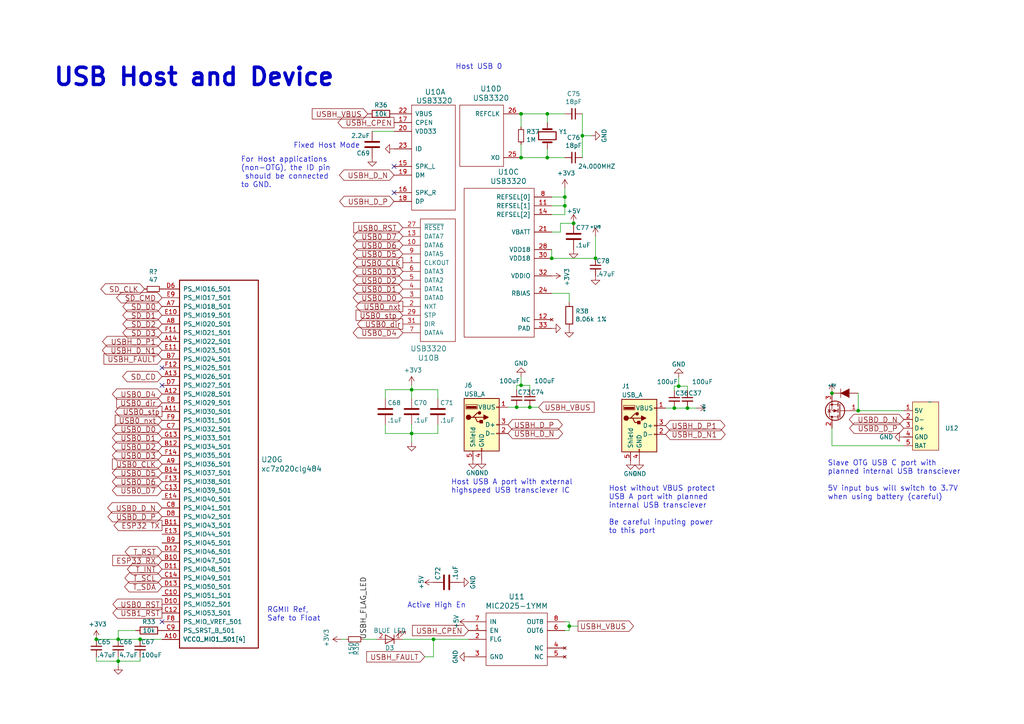
<source format=kicad_sch>
(kicad_sch (version 20230121) (generator eeschema)
  (paper "A4")
  (junction (at 151.13 33.02))
  (junction (at 119.38 113.03))
  (junction (at 168.91 39.37))
  (junction (at 34.29 191.77))
  (junction (at 158.75 45.72))
  (junction (at 34.29 185.42))
  (junction (at 199.39 118.364))
  (junction (at 151.13 45.72))
  (junction (at 196.85 112.014))
  (junction (at 241.3 114.046))
  (junction (at 40.64 185.42))
  (junction (at 172.72 74.93))
  (junction (at 149.86 118.11))
  (junction (at 153.67 118.11))
  (junction (at 151.13 111.76))
  (junction (at 125.73 185.42))
  (junction (at 166.37 64.77))
  (junction (at 248.92 119.126))
  (junction (at 158.75 33.02))
  (junction (at 163.83 59.69))
  (junction (at 195.58 118.364))
  (junction (at 119.38 125.73))
  (junction (at 160.02 74.93))
  (junction (at 163.83 57.15))
  (junction (at 165.1 181.61))
  (junction (at 27.94 185.42))
  (no_connect (at 46.99 106.68))
  (no_connect (at 114.3 48.26))
  (no_connect (at 46.99 180.34))
  (no_connect (at 114.3 55.88))
  (no_connect (at 46.99 111.76))
  (wire (pts (xy 27.94 190.5) (xy 27.94 191.77)))
  (wire (pts (xy 165.1 180.34) (xy 163.83 180.34)))
  (wire (pts (xy 158.75 33.02) (xy 163.83 33.02)))
  (wire (pts (xy 135.89 185.42) (xy 125.73 185.42)))
  (wire (pts (xy 34.29 191.77) (xy 34.29 193.04)))
  (wire (pts (xy 151.13 36.83) (xy 151.13 33.02)))
  (wire (pts (xy 196.85 109.474) (xy 196.85 112.014)))
  (wire (pts (xy 127 115.57) (xy 127 113.03)))
  (wire (pts (xy 153.67 118.11) (xy 156.21 118.11)))
  (wire (pts (xy 27.94 191.77) (xy 34.29 191.77)))
  (wire (pts (xy 165.1 181.61) (xy 167.64 181.61)))
  (wire (pts (xy 153.67 111.76) (xy 153.67 113.03)))
  (wire (pts (xy 34.29 185.42) (xy 40.64 185.42)))
  (wire (pts (xy 119.38 128.27) (xy 119.38 125.73)))
  (wire (pts (xy 119.38 113.03) (xy 119.38 115.57)))
  (wire (pts (xy 248.92 114.046) (xy 248.92 119.126)))
  (wire (pts (xy 151.13 111.76) (xy 153.67 111.76)))
  (wire (pts (xy 248.92 119.126) (xy 262.128 119.126)))
  (wire (pts (xy 163.83 62.23) (xy 160.02 62.23)))
  (wire (pts (xy 151.13 33.02) (xy 158.75 33.02)))
  (wire (pts (xy 160.02 59.69) (xy 163.83 59.69)))
  (wire (pts (xy 195.58 112.014) (xy 196.85 112.014)))
  (wire (pts (xy 195.58 112.014) (xy 195.58 113.284)))
  (wire (pts (xy 163.83 45.72) (xy 158.75 45.72)))
  (wire (pts (xy 100.33 185.42) (xy 99.06 185.42)))
  (wire (pts (xy 111.76 113.03) (xy 119.38 113.03)))
  (wire (pts (xy 151.13 41.91) (xy 151.13 45.72)))
  (wire (pts (xy 125.73 190.5) (xy 125.73 185.42)))
  (wire (pts (xy 119.38 111.76) (xy 119.38 113.03)))
  (wire (pts (xy 168.91 33.02) (xy 168.91 39.37)))
  (wire (pts (xy 147.32 118.11) (xy 149.86 118.11)))
  (wire (pts (xy 111.76 123.19) (xy 111.76 125.73)))
  (wire (pts (xy 160.02 67.31) (xy 162.56 67.31)))
  (wire (pts (xy 168.91 39.37) (xy 168.91 45.72)))
  (wire (pts (xy 127 125.73) (xy 127 123.19)))
  (wire (pts (xy 123.19 190.5) (xy 125.73 190.5)))
  (wire (pts (xy 158.75 45.72) (xy 158.75 43.18)))
  (wire (pts (xy 196.85 112.014) (xy 199.39 112.014)))
  (wire (pts (xy 111.76 115.57) (xy 111.76 113.03)))
  (wire (pts (xy 119.38 113.03) (xy 127 113.03)))
  (wire (pts (xy 163.83 54.61) (xy 163.83 57.15)))
  (wire (pts (xy 40.64 191.77) (xy 40.64 190.5)))
  (wire (pts (xy 195.58 118.364) (xy 199.39 118.364)))
  (wire (pts (xy 114.3 38.1) (xy 107.95 38.1)))
  (wire (pts (xy 111.76 125.73) (xy 119.38 125.73)))
  (wire (pts (xy 193.04 118.364) (xy 195.58 118.364)))
  (wire (pts (xy 34.29 191.77) (xy 34.29 190.5)))
  (wire (pts (xy 34.29 182.88) (xy 34.29 185.42)))
  (wire (pts (xy 125.73 185.42) (xy 116.84 185.42)))
  (wire (pts (xy 241.3 129.286) (xy 241.3 124.206)))
  (wire (pts (xy 199.39 112.014) (xy 199.39 113.284)))
  (wire (pts (xy 165.1 180.34) (xy 165.1 181.61)))
  (wire (pts (xy 149.86 111.76) (xy 149.86 113.03)))
  (wire (pts (xy 163.83 182.88) (xy 165.1 182.88)))
  (wire (pts (xy 163.83 59.69) (xy 163.83 62.23)))
  (wire (pts (xy 151.13 45.72) (xy 158.75 45.72)))
  (wire (pts (xy 160.02 85.09) (xy 165.1 85.09)))
  (wire (pts (xy 149.86 118.11) (xy 153.67 118.11)))
  (wire (pts (xy 160.02 72.39) (xy 160.02 74.93)))
  (wire (pts (xy 119.38 125.73) (xy 127 125.73)))
  (wire (pts (xy 149.86 111.76) (xy 151.13 111.76)))
  (wire (pts (xy 160.02 74.93) (xy 172.72 74.93)))
  (wire (pts (xy 46.99 185.42) (xy 40.64 185.42)))
  (wire (pts (xy 160.02 57.15) (xy 163.83 57.15)))
  (wire (pts (xy 39.37 182.88) (xy 34.29 182.88)))
  (wire (pts (xy 199.39 118.364) (xy 201.93 118.364)))
  (wire (pts (xy 27.94 185.42) (xy 34.29 185.42)))
  (wire (pts (xy 165.1 85.09) (xy 165.1 87.63)))
  (wire (pts (xy 151.13 109.22) (xy 151.13 111.76)))
  (wire (pts (xy 172.72 68.58) (xy 172.72 74.93)))
  (wire (pts (xy 168.91 39.37) (xy 171.45 39.37)))
  (wire (pts (xy 165.1 182.88) (xy 165.1 181.61)))
  (wire (pts (xy 119.38 123.19) (xy 119.38 125.73)))
  (wire (pts (xy 162.56 67.31) (xy 162.56 64.77)))
  (wire (pts (xy 105.41 185.42) (xy 109.22 185.42)))
  (wire (pts (xy 162.56 64.77) (xy 166.37 64.77)))
  (wire (pts (xy 34.29 191.77) (xy 40.64 191.77)))
  (wire (pts (xy 158.75 33.02) (xy 158.75 35.56)))
  (wire (pts (xy 163.83 57.15) (xy 163.83 59.69)))
  (wire (pts (xy 262.128 129.286) (xy 241.3 129.286)))
  (text "Fixed Host Mode" (at 85.09 43.18 0) (effects (font (size 1.524 1.524)) (justify left bottom)))
  (text "Host without VBUS protect \nUSB A port with planned \ninternal USB transciever\n\nBe careful inputing power\nto this port" (at 176.53 154.94 0) (effects (font (size 1.524 1.524)) (justify left bottom)))
  (text "Host USB 0" (at 132.08 20.32 0) (effects (font (size 1.524 1.524)) (justify left bottom)))
  (text "RGMII Ref, \nSafe to Float" (at 77.47 180.34 0) (effects (font (size 1.524 1.524)) (justify left bottom)))
  (text "For Host applications \n(non-OTG), the ID pin\n should be connected \nto GND." (at 69.85 54.61 0) (effects (font (size 1.524 1.524)) (justify left bottom)))
  (text "Active High En" (at 118.11 176.53 0) (effects (font (size 1.524 1.524)) (justify left bottom)))
  (text "USB Host and Device" (at 15.24 25.4 0) (effects (font (size 5.0038 5.0038) (thickness 1.0008) bold) (justify left bottom)))
  (text "Slave OTG USB C port with \nplanned internal USB transciever\n\n5V input bus will switch to 3.7V \nwhen using battery (careful)\n\n" (at 240.03 147.574 0) (effects (font (size 1.524 1.524)) (justify left bottom)))
  (text "Host USB A port with external \nhighspeed USB transciever IC" (at 130.81 143.256 0) (effects (font (size 1.524 1.524)) (justify left bottom)))
  (label "USBH_FLAG_LED" (at 106.68 185.42 90) (effects (font (size 1.524 1.524))))
  (global_label "USBH_D_N" (shape bidirectional) (at 147.32 125.73 0) (effects (font (size 1.524 1.524))) (property "Intersheetrefs" "${INTERSHEET_REFS}" (effects hide)))
  (global_label "USBH_VBUS" (shape input) (at 106.68 33.02 180) (effects (font (size 1.524 1.524))) (property "Intersheetrefs" "${INTERSHEET_REFS}" (effects hide)))
  (global_label "USBH_D_P1" (shape bidirectional) (at 46.99 99.06 180) (effects (font (size 1.524 1.524))) (property "Intersheetrefs" "${INTERSHEET_REFS}" (effects hide)))
  (global_label "T_SDA" (shape bidirectional) (at 46.99 170.18 180) (effects (font (size 1.524 1.524))) (property "Intersheetrefs" "${INTERSHEET_REFS}" (effects hide)))
  (global_label "SD_CD" (shape bidirectional) (at 46.99 109.22 180) (effects (font (size 1.524 1.524))) (property "Intersheetrefs" "${INTERSHEET_REFS}" (effects hide)))
  (global_label "USB0_D5" (shape bidirectional) (at 116.84 73.66 180) (effects (font (size 1.524 1.524))) (property "Intersheetrefs" "${INTERSHEET_REFS}" (effects hide)))
  (global_label "USBH_D_N1" (shape bidirectional) (at 46.99 101.6 180) (effects (font (size 1.524 1.524))) (property "Intersheetrefs" "${INTERSHEET_REFS}" (effects hide)))
  (global_label "USB0_dir" (shape output) (at 116.84 93.98 180) (effects (font (size 1.524 1.524))) (property "Intersheetrefs" "${INTERSHEET_REFS}" (effects hide)))
  (global_label "SD_D1" (shape bidirectional) (at 46.99 91.44 180) (effects (font (size 1.524 1.524))) (property "Intersheetrefs" "${INTERSHEET_REFS}" (effects hide)))
  (global_label "USB0_nxt" (shape output) (at 116.84 88.9 180) (effects (font (size 1.524 1.524))) (property "Intersheetrefs" "${INTERSHEET_REFS}" (effects hide)))
  (global_label "USB0_D6" (shape bidirectional) (at 46.99 139.7 180) (effects (font (size 1.524 1.524))) (property "Intersheetrefs" "${INTERSHEET_REFS}" (effects hide)))
  (global_label "USB0_D1" (shape bidirectional) (at 116.84 83.82 180) (effects (font (size 1.524 1.524))) (property "Intersheetrefs" "${INTERSHEET_REFS}" (effects hide)))
  (global_label "USB0_stp" (shape output) (at 46.99 119.38 180) (effects (font (size 1.524 1.524))) (property "Intersheetrefs" "${INTERSHEET_REFS}" (effects hide)))
  (global_label "USB0_D3" (shape bidirectional) (at 116.84 78.74 180) (effects (font (size 1.524 1.524))) (property "Intersheetrefs" "${INTERSHEET_REFS}" (effects hide)))
  (global_label "SD_CMD" (shape bidirectional) (at 46.99 86.36 180) (effects (font (size 1.524 1.524))) (property "Intersheetrefs" "${INTERSHEET_REFS}" (effects hide)))
  (global_label "T_INT" (shape bidirectional) (at 46.99 165.1 180) (effects (font (size 1.524 1.524))) (property "Intersheetrefs" "${INTERSHEET_REFS}" (effects hide)))
  (global_label "USBD_D_N" (shape bidirectional) (at 46.99 147.32 180) (effects (font (size 1.524 1.524))) (property "Intersheetrefs" "${INTERSHEET_REFS}" (effects hide)))
  (global_label "USBH_CPEN" (shape output) (at 114.3 35.56 180) (effects (font (size 1.524 1.524))) (property "Intersheetrefs" "${INTERSHEET_REFS}" (effects hide)))
  (global_label "USBH_D_P1" (shape bidirectional) (at 193.04 123.444 0) (effects (font (size 1.524 1.524))) (property "Intersheetrefs" "${INTERSHEET_REFS}" (effects hide)))
  (global_label "USB0_stp" (shape input) (at 116.84 91.44 180) (effects (font (size 1.524 1.524))) (property "Intersheetrefs" "${INTERSHEET_REFS}" (effects hide)))
  (global_label "USBH_FAULT" (shape input) (at 46.99 104.14 180) (effects (font (size 1.524 1.524))) (property "Intersheetrefs" "${INTERSHEET_REFS}" (effects hide)))
  (global_label "ESP32 TX" (shape output) (at 46.99 152.4 180) (effects (font (size 1.524 1.524))) (property "Intersheetrefs" "${INTERSHEET_REFS}" (effects hide)))
  (global_label "USB0_D2" (shape bidirectional) (at 46.99 129.54 180) (effects (font (size 1.524 1.524))) (property "Intersheetrefs" "${INTERSHEET_REFS}" (effects hide)))
  (global_label "SD_CLK" (shape bidirectional) (at 41.91 83.82 180) (effects (font (size 1.524 1.524))) (property "Intersheetrefs" "${INTERSHEET_REFS}" (effects hide)))
  (global_label "USB0_dir" (shape input) (at 46.99 116.84 180) (effects (font (size 1.524 1.524))) (property "Intersheetrefs" "${INTERSHEET_REFS}" (effects hide)))
  (global_label "USBH_CPEN" (shape input) (at 135.89 182.88 180) (effects (font (size 1.524 1.524))) (property "Intersheetrefs" "${INTERSHEET_REFS}" (effects hide)))
  (global_label "USB0_CLK" (shape input) (at 46.99 134.62 180) (effects (font (size 1.524 1.524))) (property "Intersheetrefs" "${INTERSHEET_REFS}" (effects hide)))
  (global_label "USB0_nxt" (shape input) (at 46.99 121.92 180) (effects (font (size 1.524 1.524))) (property "Intersheetrefs" "${INTERSHEET_REFS}" (effects hide)))
  (global_label "USBH_D_N1" (shape bidirectional) (at 193.04 125.984 0) (effects (font (size 1.524 1.524))) (property "Intersheetrefs" "${INTERSHEET_REFS}" (effects hide)))
  (global_label "USBD_D_P" (shape bidirectional) (at 46.99 149.86 180) (effects (font (size 1.524 1.524))) (property "Intersheetrefs" "${INTERSHEET_REFS}" (effects hide)))
  (global_label "USBH_VBUS" (shape input) (at 156.21 118.11 0) (effects (font (size 1.524 1.524))) (property "Intersheetrefs" "${INTERSHEET_REFS}" (effects hide)))
  (global_label "SD_D0" (shape bidirectional) (at 46.99 88.9 180) (effects (font (size 1.524 1.524))) (property "Intersheetrefs" "${INTERSHEET_REFS}" (effects hide)))
  (global_label "ESP33 RX" (shape input) (at 46.99 162.56 180) (effects (font (size 1.524 1.524))) (property "Intersheetrefs" "${INTERSHEET_REFS}" (effects hide)))
  (global_label "SD_D3" (shape bidirectional) (at 46.99 96.52 180) (effects (font (size 1.524 1.524))) (property "Intersheetrefs" "${INTERSHEET_REFS}" (effects hide)))
  (global_label "USB0_RST" (shape input) (at 116.84 66.04 180) (effects (font (size 1.524 1.524))) (property "Intersheetrefs" "${INTERSHEET_REFS}" (effects hide)))
  (global_label "USB0_D4" (shape bidirectional) (at 46.99 114.3 180) (effects (font (size 1.524 1.524))) (property "Intersheetrefs" "${INTERSHEET_REFS}" (effects hide)))
  (global_label "USBH_D_P" (shape bidirectional) (at 114.3 58.42 180) (effects (font (size 1.524 1.524))) (property "Intersheetrefs" "${INTERSHEET_REFS}" (effects hide)))
  (global_label "USB0_D5" (shape bidirectional) (at 46.99 137.16 180) (effects (font (size 1.524 1.524))) (property "Intersheetrefs" "${INTERSHEET_REFS}" (effects hide)))
  (global_label "USB0_D6" (shape bidirectional) (at 116.84 71.12 180) (effects (font (size 1.524 1.524))) (property "Intersheetrefs" "${INTERSHEET_REFS}" (effects hide)))
  (global_label "USB0_RST" (shape output) (at 46.99 175.26 180) (effects (font (size 1.524 1.524))) (property "Intersheetrefs" "${INTERSHEET_REFS}" (effects hide)))
  (global_label "USB0_D4" (shape bidirectional) (at 116.84 96.52 180) (effects (font (size 1.524 1.524))) (property "Intersheetrefs" "${INTERSHEET_REFS}" (effects hide)))
  (global_label "T_RST" (shape bidirectional) (at 46.99 160.02 180) (effects (font (size 1.524 1.524))) (property "Intersheetrefs" "${INTERSHEET_REFS}" (effects hide)))
  (global_label "USB0_D0" (shape bidirectional) (at 116.84 86.36 180) (effects (font (size 1.524 1.524))) (property "Intersheetrefs" "${INTERSHEET_REFS}" (effects hide)))
  (global_label "USBD_D_N" (shape bidirectional) (at 262.128 121.666 180) (effects (font (size 1.524 1.524))) (property "Intersheetrefs" "${INTERSHEET_REFS}" (effects hide)))
  (global_label "USB1_RST" (shape output) (at 46.99 177.8 180) (effects (font (size 1.524 1.524))) (property "Intersheetrefs" "${INTERSHEET_REFS}" (effects hide)))
  (global_label "USBH_FAULT" (shape input) (at 123.19 190.5 180) (effects (font (size 1.524 1.524))) (property "Intersheetrefs" "${INTERSHEET_REFS}" (effects hide)))
  (global_label "USBH_D_N" (shape bidirectional) (at 114.3 50.8 180) (effects (font (size 1.524 1.524))) (property "Intersheetrefs" "${INTERSHEET_REFS}" (effects hide)))
  (global_label "USB0_CLK" (shape output) (at 116.84 76.2 180) (effects (font (size 1.524 1.524))) (property "Intersheetrefs" "${INTERSHEET_REFS}" (effects hide)))
  (global_label "USB0_D0" (shape bidirectional) (at 46.99 124.46 180) (effects (font (size 1.524 1.524))) (property "Intersheetrefs" "${INTERSHEET_REFS}" (effects hide)))
  (global_label "T_SCL" (shape bidirectional) (at 46.99 167.64 180) (effects (font (size 1.524 1.524))) (property "Intersheetrefs" "${INTERSHEET_REFS}" (effects hide)))
  (global_label "USB0_D7" (shape bidirectional) (at 46.99 142.24 180) (effects (font (size 1.524 1.524))) (property "Intersheetrefs" "${INTERSHEET_REFS}" (effects hide)))
  (global_label "USBH_VBUS" (shape output) (at 167.64 181.61 0) (effects (font (size 1.524 1.524))) (property "Intersheetrefs" "${INTERSHEET_REFS}" (effects hide)))
  (global_label "USBH_D_P" (shape bidirectional) (at 147.32 123.19 0) (effects (font (size 1.524 1.524))) (property "Intersheetrefs" "${INTERSHEET_REFS}" (effects hide)))
  (global_label "USB0_D3" (shape bidirectional) (at 46.99 132.08 180) (effects (font (size 1.524 1.524))) (property "Intersheetrefs" "${INTERSHEET_REFS}" (effects hide)))
  (global_label "SD_D2" (shape bidirectional) (at 46.99 93.98 180) (effects (font (size 1.524 1.524))) (property "Intersheetrefs" "${INTERSHEET_REFS}" (effects hide)))
  (global_label "USBD_D_P" (shape bidirectional) (at 262.128 124.206 180) (effects (font (size 1.524 1.524))) (property "Intersheetrefs" "${INTERSHEET_REFS}" (effects hide)))
  (global_label "USB0_D7" (shape bidirectional) (at 116.84 68.58 180) (effects (font (size 1.524 1.524))) (property "Intersheetrefs" "${INTERSHEET_REFS}" (effects hide)))
  (global_label "USB0_D1" (shape bidirectional) (at 46.99 127 180) (effects (font (size 1.524 1.524))) (property "Intersheetrefs" "${INTERSHEET_REFS}" (effects hide)))
  (global_label "USB0_D2" (shape bidirectional) (at 116.84 81.28 180) (effects (font (size 1.524 1.524))) (property "Intersheetrefs" "${INTERSHEET_REFS}" (effects hide)))
  (symbol (lib_id "power:+5V") (at 135.89 180.34 90) (unit 1)
    (property "Reference" "#PWR0110" (effects hide))
    (property "Value" "+5V" (at 132.334 180.34 0))
  )
  (symbol (lib_id "power:GND") (at 135.89 190.5 270) (unit 1)
    (property "Reference" "#PWR0111" (effects hide))
    (property "Value" "GND" (at 132.08 190.5 0))
  )
  (symbol (lib_id "DFTBoard-rescue:USB_A-") (at 139.7 123.19 0) (unit 1)
    (property "Reference" "J6" (at 134.62 111.76 0) (effects (justify left)))
    (property "Value" "USB_A" (at 134.62 114.3 0) (effects (justify left)))
    (property "Footprint" "DFTcustom:USB-A-Receptacle-FCI_87583" (effects hide))
    (property "MFR" "Amphenol ICC" (effects hide))
    (property "MPN" "87583-2010RLF" (effects hide))
    (property "SPR" "Digikey" (effects hide))
    (property "SPN" "609-5390-1-ND" (effects hide))
    (property "SPURL" "-" (effects hide))
  )
  (symbol (lib_id "power:GND") (at 137.16 133.35 0) (unit 1)
    (property "Reference" "#PWR0112" (effects hide))
    (property "Value" "GND" (at 137.16 137.16 0))
  )
  (symbol (lib_id "power:GND") (at 139.7 133.35 0) (unit 1)
    (property "Reference" "#PWR0113" (effects hide))
    (property "Value" "GND" (at 139.7 137.16 0))
  )
  (symbol (lib_id "Microchip:USB3320") (at 119.38 60.96 0) (unit 1)
    (property "Reference" "U10" (at 123.19 26.67 0) (effects (font (size 1.524 1.524)) (justify left)))
    (property "Value" "USB3320" (at 120.65 29.21 0) (effects (font (size 1.524 1.524)) (justify left)))
    (property "Footprint" "Package_DFN_QFN:QFN-32-1EP_5x5mm_P0.5mm_EP3.1x3.1mm" (effects hide))
    (property "Manufacturer" "Microchip" (effects hide))
    (property "MFR" "Microchip Technology" (effects hide))
    (property "MPN" "USB3320C-EZK-TR" (effects hide))
    (property "SPR" "Digikey" (effects hide))
    (property "SPN" "USB3320C-EZK-CT-NDs" (effects hide))
    (property "SPURL" "-" (effects hide))
  )
  (symbol (lib_id "Microchip:USB3320") (at 132.08 63.5 180) (unit 2)
    (property "Reference" "U10" (at 124.3076 103.8098 0) (effects (font (size 1.524 1.524))))
    (property "Value" "USB3320" (at 124.3076 101.1174 0) (effects (font (size 1.524 1.524))))
    (property "Footprint" "Package_DFN_QFN:QFN-32-1EP_5x5mm_P0.5mm_EP3.1x3.1mm" (effects hide))
    (property "Manufacturer" "Microchip" (effects hide))
    (property "MFR" "Microchip Technology" (effects hide))
    (property "MPN" "USB3320C-EZK-TR" (effects hide))
    (property "SPR" "Digikey" (effects hide))
    (property "SPN" "USB3320C-EZK-CT-NDs" (effects hide))
    (property "SPURL" "-" (effects hide))
  )
  (symbol (lib_id "Microchip:USB3320") (at 134.62 97.79 0) (unit 3)
    (property "Reference" "U10" (at 147.4724 49.8602 0) (effects (font (size 1.524 1.524))))
    (property "Value" "USB3320" (at 147.4724 52.5526 0) (effects (font (size 1.524 1.524))))
    (property "Footprint" "Package_DFN_QFN:QFN-32-1EP_5x5mm_P0.5mm_EP3.1x3.1mm" (effects hide))
    (property "Manufacturer" "Microchip" (effects hide))
    (property "MFR" "Microchip Technology" (effects hide))
    (property "MPN" "USB3320C-EZK-TR" (effects hide))
    (property "SPR" "Digikey" (effects hide))
    (property "SPN" "USB3320C-EZK-CT-NDs" (effects hide))
    (property "SPURL" "-" (effects hide))
  )
  (symbol (lib_id "Microchip:USB3320") (at 133.35 48.26 0) (unit 4)
    (property "Reference" "U10" (at 142.3924 25.7302 0) (effects (font (size 1.524 1.524))))
    (property "Value" "USB3320" (at 142.3924 28.4226 0) (effects (font (size 1.524 1.524))))
    (property "Footprint" "Package_DFN_QFN:QFN-32-1EP_5x5mm_P0.5mm_EP3.1x3.1mm" (effects hide))
    (property "Manufacturer" "Microchip" (effects hide))
    (property "MFR" "Microchip Technology" (effects hide))
    (property "MPN" "USB3320C-EZK-TR" (effects hide))
    (property "SPR" "Digikey" (effects hide))
    (property "SPN" "USB3320C-EZK-CT-NDs" (effects hide))
    (property "SPURL" "-" (effects hide))
  )
  (symbol (lib_id "power:+3V3") (at 163.83 54.61 0) (unit 1)
    (property "Reference" "#PWR0117" (effects hide))
    (property "Value" "+3.3V" (at 164.211 50.2158 0))
  )
  (symbol (lib_id "power:+5V") (at 166.37 64.77 0) (unit 1)
    (property "Reference" "#PWR0119" (effects hide))
    (property "Value" "+5V" (at 166.37 61.214 0))
  )
  (symbol (lib_id "power:GND") (at 166.37 72.39 0) (unit 1)
    (property "Reference" "#PWR0120" (effects hide))
    (property "Value" "GND" (effects hide))
  )
  (symbol (lib_id "Device:C_Small") (at 172.72 77.47 0) (unit 1)
    (property "Reference" "C78" (at 172.974 75.692 0) (effects (justify left)))
    (property "Value" ".47uF" (at 172.974 79.502 0) (effects (justify left)))
    (property "Footprint" "Capacitor_SMD:C_0402_1005Metric" (effects hide))
    (property "MFR" "Yageo" (effects hide))
    (property "MPN" "CC0402KRX5R5BB474" (effects hide))
    (property "SPR" "Digikey" (effects hide))
    (property "SPN" "311-1684-1-ND" (effects hide))
    (instances (project "DFTBoard" (path "" (reference "C78") (unit 1)) (path "" (reference "C?") (unit 1))))
  )
  (symbol (lib_id "power:GND") (at 172.72 80.01 0) (unit 1)
    (property "Reference" "#PWR0123" (effects hide))
    (property "Value" "GND" (effects hide))
  )
  (symbol (lib_id "power:+1V8") (at 172.72 68.58 0) (unit 1)
    (property "Reference" "#PWR0122" (effects hide))
    (property "Value" "+1.8V" (at 172.72 65.786 0) (effects (font (size 0.762 0.762))))
  )
  (symbol (lib_id "power:+3V3") (at 160.02 80.01 270) (unit 1)
    (property "Reference" "#PWR0115" (effects hide))
    (property "Value" "+3.3V" (at 164.4142 80.391 0))
  )
  (symbol (lib_id "power:GND") (at 114.3 43.18 270) (unit 1)
    (property "Reference" "#PWR0107" (effects hide))
    (property "Value" "GND" (effects hide))
  )
  (symbol (lib_id "Device:C") (at 107.95 41.91 180) (unit 1)
    (property "Reference" "C69" (at 107.315 44.45 0) (effects (justify left)))
    (property "Value" "2.2uF" (at 107.315 39.37 0) (effects (justify left)))
    (property "Footprint" "Capacitor_SMD:C_0402_1005Metric" (effects hide))
    (property "MFR" "Murata" (effects hide))
    (property "MPN" "GRM155R61A225KE95D" (effects hide))
    (property "SPR" "Digikey" (effects hide))
    (property "SPN" "490-10451-1-ND" (effects hide))
    (instances (project "DFTBoard" (path "" (reference "C69") (unit 1)) (path "" (reference "C?") (unit 1))))
  )
  (symbol (lib_id "power:GND") (at 107.95 45.72 0) (unit 1)
    (property "Reference" "#PWR0104" (effects hide))
    (property "Value" "GND" (effects hide))
  )
  (symbol (lib_id "Device:R") (at 110.49 33.02 270) (unit 1)
    (property "Reference" "R36" (at 110.49 30.48 90))
    (property "Value" "10k" (at 110.49 33.02 90))
    (property "Footprint" "Resistor_SMD:R_0402_1005Metric" (effects hide))
    (property "MFR" "Yageo" (effects hide))
    (property "MPN" "RC0402FR-0710KL" (effects hide))
    (property "SPR" "Digikey" (effects hide))
    (property "SPN" "311-10.0KLRTR-ND" (effects hide))
  )
  (symbol (lib_id "power:GND") (at 160.02 95.25 90) (unit 1)
    (property "Reference" "#PWR0116" (effects hide))
    (property "Value" "GND" (effects hide))
  )
  (symbol (lib_id "Device:R") (at 165.1 91.44 0) (unit 1)
    (property "Reference" "R38" (at 166.878 90.2716 0) (effects (justify left)))
    (property "Value" "8.06k 1%" (at 166.878 92.583 0) (effects (justify left)))
    (property "Footprint" "Resistor_SMD:R_0402_1005Metric" (effects hide))
    (property "MFR" "Yageo" (effects hide))
    (property "MPN" "RC0402FR-078K06L" (effects hide))
    (property "SPR" "Digikey" (effects hide))
    (property "SPN" "311-8.06KLRTR-ND" (effects hide))
    (property "SPURL" "-" (effects hide))
  )
  (symbol (lib_id "power:GND") (at 165.1 95.25 0) (unit 1)
    (property "Reference" "#PWR0118" (effects hide))
    (property "Value" "GND" (effects hide))
  )
  (symbol (lib_id "Device:Crystal") (at 158.75 39.37 270) (unit 1)
    (property "Reference" "Y1" (at 162.0774 38.2016 90) (effects (justify left)))
    (property "Value" "24.000MHZ" (at 167.64 48.26 90) (effects (justify left)))
    (property "Footprint" "ABM3-12.000MHZ-B2-T:XTAL500X320X130N" (effects hide))
    (property "MFR" "Abracon LLC" (effects hide))
    (property "MPN" "ABM3-24.000MHZ-D2Y-T" (effects hide))
    (property "SPR" "DigiKey" (effects hide))
    (property "SPN" "535-10643-2-ND" (effects hide))
    (property "SPURL" "-" (effects hide))
  )
  (symbol (lib_id "Device:C_Small") (at 166.37 45.72 270) (unit 1)
    (property "Reference" "C76" (at 166.37 39.9034 90))
    (property "Value" "18pF" (at 166.37 42.2148 90))
    (property "Footprint" "Capacitor_SMD:C_0402_1005Metric" (effects hide))
    (property "MFR" "Murata" (effects hide))
    (property "MPN" "GCM1555C1H180JA16D" (effects hide))
    (property "SPR" "Digikey" (effects hide))
    (property "SPN" "490-12650-1-ND" (effects hide))
    (property "SPURL" "-" (effects hide))
  )
  (symbol (lib_id "Device:C_Small") (at 166.37 33.02 270) (unit 1)
    (property "Reference" "C75" (at 166.37 27.2034 90))
    (property "Value" "18pF" (at 166.37 29.5148 90))
    (property "Footprint" "Capacitor_SMD:C_0402_1005Metric" (effects hide))
    (property "MFR" "Murata" (effects hide))
    (property "MPN" "GCM1555C1H180JA16D" (effects hide))
    (property "SPR" "Digikey" (effects hide))
    (property "SPN" "490-12650-1-ND" (effects hide))
    (property "SPURL" "-" (effects hide))
  )
  (symbol (lib_id "power:GND") (at 171.45 39.37 90) (unit 1)
    (property "Reference" "#PWR0121" (effects hide))
    (property "Value" "GND" (at 175.26 39.37 0))
  )
  (symbol (lib_id "Device:C") (at 111.76 119.38 0) (unit 1)
    (property "Reference" "C68" (at 112.395 116.84 0) (effects (justify left)))
    (property "Value" ".1uF" (at 112.395 121.92 0) (effects (justify left)))
    (property "Footprint" "Capacitor_SMD:C_0402_1005Metric" (effects hide))
    (property "MFR" "Yageo" (effects hide))
    (property "MPN" "CC0402KRX7R6BB104" (effects hide))
    (property "SPR" "Digikey" (effects hide))
    (property "SPN" "311-1345-1-ND" (effects hide))
    (instances (project "DFTBoard" (path "" (reference "C68") (unit 1)) (path "" (reference "C?") (unit 1))))
  )
  (symbol (lib_id "Device:C") (at 119.38 119.38 0) (unit 1)
    (property "Reference" "C70" (at 120.015 116.84 0) (effects (justify left)))
    (property "Value" ".1uF" (at 120.015 121.92 0) (effects (justify left)))
    (property "Footprint" "Capacitor_SMD:C_0402_1005Metric" (effects hide))
    (property "MFR" "Yageo" (effects hide))
    (property "MPN" "CC0402KRX7R6BB104" (effects hide))
    (property "SPR" "Digikey" (effects hide))
    (property "SPN" "311-1345-1-ND" (effects hide))
    (instances (project "DFTBoard" (path "" (reference "C70") (unit 1)) (path "" (reference "C?") (unit 1))))
  )
  (symbol (lib_id "Device:C") (at 127 119.38 0) (unit 1)
    (property "Reference" "C71" (at 127.635 116.84 0) (effects (justify left)))
    (property "Value" ".1uF" (at 127.635 121.92 0) (effects (justify left)))
    (property "Footprint" "Capacitor_SMD:C_0402_1005Metric" (effects hide))
    (property "MFR" "Yageo" (effects hide))
    (property "MPN" "CC0402KRX7R6BB104" (effects hide))
    (property "SPR" "Digikey" (effects hide))
    (property "SPN" "311-1345-1-ND" (effects hide))
    (instances (project "DFTBoard" (path "" (reference "C71") (unit 1)) (path "" (reference "C?") (unit 1))))
  )
  (symbol (lib_id "power:+3V3") (at 119.38 111.76 0) (unit 1)
    (property "Reference" "#PWR0105" (effects hide))
    (property "Value" "+3.3V" (at 119.761 107.3658 0))
  )
  (symbol (lib_id "power:GND") (at 119.38 128.27 0) (unit 1)
    (property "Reference" "#PWR0106" (effects hide))
    (property "Value" "GND" (effects hide))
  )
  (symbol (lib_id "Device:C") (at 166.37 68.58 0) (unit 1)
    (property "Reference" "C77" (at 167.005 66.04 0) (effects (justify left)))
    (property "Value" ".1uF" (at 167.005 71.12 0) (effects (justify left)))
    (property "Footprint" "Capacitor_SMD:C_0402_1005Metric" (effects hide))
    (property "MFR" "Yageo" (effects hide))
    (property "MPN" "CC0402KRX7R6BB104" (effects hide))
    (property "SPR" "Digikey" (effects hide))
    (property "SPN" "311-1345-1-ND" (effects hide))
    (instances (project "DFTBoard" (path "" (reference "C77") (unit 1)) (path "" (reference "C?") (unit 1))))
  )
  (symbol (lib_id "Device:R_Small") (at 151.13 39.37 0) (unit 1)
    (property "Reference" "R37" (at 152.6286 38.2016 0) (effects (justify left)))
    (property "Value" "1M" (at 152.6286 40.513 0) (effects (justify left)))
    (property "Footprint" "Resistor_SMD:R_0402_1005Metric" (effects hide))
    (property "MFR" "Yageo" (effects hide))
    (property "MPN" "RC0402FR-071ML" (effects hide))
    (property "SPR" "Digikey" (effects hide))
    (property "SPN" "311-1.00MLRCT-ND" (effects hide))
    (property "SPURL" "-" (effects hide))
  )
  (symbol (lib_id "Micrel:MIC2025-1YMM") (at 140.97 193.04 0) (unit 1)
    (property "Reference" "U11" (at 149.86 173.0502 0) (effects (font (size 1.524 1.524))))
    (property "Value" "MIC2025-1YMM" (at 149.86 175.7426 0) (effects (font (size 1.524 1.524))))
    (property "Footprint" "SOP65P490X110-8N:SOP65P490X110-8N" (effects hide))
    (property "MFR" "Microchip" (effects hide))
    (property "MPN" "MIC2025-1YMM-TR" (effects hide))
    (property "SPR" "Digikey" (effects hide))
    (property "SPN" "MIC2025-1YMM-CT-ND" (effects hide))
    (property "SPURL" "-" (effects hide))
  )
  (symbol (lib_id "DFTBoard-rescue:LED-") (at 113.03 185.42 180) (unit 1)
    (property "Reference" "D3" (at 113.03 187.96 0))
    (property "Value" "BLUE LED" (at 113.03 182.88 0))
    (property "Footprint" "Capacitor_SMD:C_0603_1608Metric" (effects hide))
    (property "MFR" "Vishay Semiconductors" (effects hide))
    (property "MPN" "VLMB1300-GS08" (effects hide))
    (property "SPR" "Digikey" (effects hide))
    (property "SPN" "VLMB1300-GS08CT-ND" (effects hide))
  )
  (symbol (lib_id "Device:R_Small") (at 102.87 185.42 270) (unit 1)
    (property "Reference" "R35" (at 103.378 186.182 0) (effects (justify left)))
    (property "Value" "150" (at 101.854 186.182 0) (effects (justify left)))
    (property "Footprint" "Resistor_SMD:R_0402_1005Metric" (effects hide))
    (property "MFR" "Yageo" (effects hide))
    (property "MPN" "RC0402FR-07150RL" (effects hide))
    (property "SPR" "Digikey" (effects hide))
    (property "SPN" "311-150LRTR-ND" (effects hide))
  )
  (symbol (lib_id "power:+5V") (at 125.73 168.91 90) (unit 1)
    (property "Reference" "#PWR0108" (effects hide))
    (property "Value" "+5V" (at 122.174 168.91 0))
  )
  (symbol (lib_id "Device:C") (at 129.54 168.91 90) (unit 1)
    (property "Reference" "C72" (at 127 168.275 0) (effects (justify left)))
    (property "Value" ".1uF" (at 132.08 168.275 0) (effects (justify left)))
    (property "Footprint" "Capacitor_SMD:C_0402_1005Metric" (effects hide))
    (property "MFR" "Yageo" (effects hide))
    (property "MPN" "CC0402KRX7R6BB104" (effects hide))
    (property "SPR" "Digikey" (effects hide))
    (property "SPN" "311-1345-1-ND" (effects hide))
    (instances (project "DFTBoard" (path "" (reference "C72") (unit 1)) (path "" (reference "C?") (unit 1))))
  )
  (symbol (lib_id "power:GND") (at 133.35 168.91 90) (unit 1)
    (property "Reference" "#PWR0109" (effects hide))
    (property "Value" "GND" (at 137.16 168.91 0))
  )
  (symbol (lib_id "Device:R") (at 43.18 182.88 270) (unit 1)
    (property "Reference" "R33" (at 43.18 180.34 90))
    (property "Value" "10k" (at 43.18 182.88 90))
    (property "Footprint" "Resistor_SMD:R_0402_1005Metric" (effects hide))
    (property "MFR" "Yageo" (effects hide))
    (property "MPN" "RC0402FR-0710KL" (effects hide))
    (property "SPR" "Digikey" (effects hide))
    (property "SPN" "311-10.0KLRTR-ND" (effects hide))
  )
  (symbol (lib_id "Device:C_Small") (at 149.86 115.57 0) (unit 1)
    (property "Reference" "C73" (at 150.114 113.792 0) (effects (justify left)))
    (property "Value" "100uF" (at 144.78 110.49 0) (effects (justify left)))
    (property "Footprint" "Capacitor_SMD:C_1210_3225Metric" (effects hide))
    (property "MFR" "TAIYO YUDEN" (effects hide))
    (property "MPN" "JMK325ABJ107MM-P" (effects hide))
    (property "SPR" "Digikey" (effects hide))
    (property "SPN" "587-4313-1-ND" (effects hide))
    (instances (project "DFTBoard" (path "" (reference "C73") (unit 1)) (path "" (reference "C?") (unit 1))))
  )
  (symbol (lib_id "Device:C_Small") (at 153.67 115.57 0) (unit 1)
    (property "Reference" "C74" (at 153.924 113.792 0) (effects (justify left)))
    (property "Value" "100uF" (at 154.94 110.49 0) (effects (justify left)))
    (property "Footprint" "Capacitor_SMD:C_1210_3225Metric" (effects hide))
    (property "MFR" "TAIYO YUDEN" (effects hide))
    (property "MPN" "JMK325ABJ107MM-P" (effects hide))
    (property "SPR" "Digikey" (effects hide))
    (property "SPN" "587-4313-1-ND" (effects hide))
    (instances (project "DFTBoard" (path "" (reference "C74") (unit 1)) (path "" (reference "C?") (unit 1))))
  )
  (symbol (lib_id "power:GND") (at 151.13 109.22 180) (unit 1)
    (property "Reference" "#PWR0114" (effects hide))
    (property "Value" "GND" (at 151.13 105.41 0))
  )
  (symbol (lib_id "power:+3V3") (at 27.94 185.42 0) (unit 1)
    (property "Reference" "#PWR0101" (effects hide))
    (property "Value" "+3.3V" (at 28.321 181.0258 0))
  )
  (symbol (lib_id "Device:C_Small") (at 40.64 187.96 0) (unit 1)
    (property "Reference" "C67" (at 40.894 186.182 0) (effects (justify left)))
    (property "Value" "100uF" (at 40.894 189.992 0) (effects (justify left)))
    (property "Footprint" "Capacitor_SMD:C_1210_3225Metric" (effects hide))
    (property "MFR" "TAIYO YUDEN" (effects hide))
    (property "MPN" "JMK325ABJ107MM-P" (effects hide))
    (property "SPR" "Digikey" (effects hide))
    (property "SPN" "587-4313-1-ND" (effects hide))
    (instances (project "DFTBoard" (path "" (reference "C67") (unit 1)) (path "" (reference "C?") (unit 1))))
  )
  (symbol (lib_id "Device:C_Small") (at 27.94 187.96 0) (unit 1)
    (property "Reference" "C65" (at 28.194 186.182 0) (effects (justify left)))
    (property "Value" ".47uF" (at 28.194 189.992 0) (effects (justify left)))
    (property "Footprint" "Capacitor_SMD:C_0402_1005Metric" (effects hide))
    (property "MFR" "Yageo" (effects hide))
    (property "MPN" "CC0402KRX5R5BB474" (effects hide))
    (property "SPR" "Digikey" (effects hide))
    (property "SPN" "311-1684-1-ND" (effects hide))
    (instances (project "DFTBoard" (path "" (reference "C65") (unit 1)) (path "" (reference "C?") (unit 1))))
  )
  (symbol (lib_id "Device:C_Small") (at 34.29 187.96 0) (unit 1)
    (property "Reference" "C66" (at 34.544 186.182 0) (effects (justify left)))
    (property "Value" "4.7uF" (at 34.544 189.992 0) (effects (justify left)))
    (property "Footprint" "Capacitor_SMD:C_0402_1005Metric" (effects hide))
    (property "MFR" "Murata" (effects hide))
    (property "MPN" "GRM155R60G475ME47D" (effects hide))
    (property "SPR" "Digikey" (effects hide))
    (property "SPN" "490-11980-1-ND" (effects hide))
    (instances (project "DFTBoard" (path "" (reference "C66") (unit 1)) (path "" (reference "C?") (unit 1))))
  )
  (symbol (lib_id "power:GND") (at 34.29 193.04 0) (unit 1)
    (property "Reference" "#PWR0102" (effects hide))
    (property "Value" "GND" (effects hide))
    (instances (project "DFTBoard" (path "" (reference "#PWR0102") (unit 1)) (path "" (reference "#PWR?") (unit 1))))
  )
  (symbol (lib_id "xilinx7:xc7z020clg484") (at 46.99 83.82 0) (unit 7)
    (property "Reference" "U20" (at 75.7174 133.2738 0) (effects (font (size 1.524 1.524)) (justify left)))
    (property "Value" "xc7z020clg484" (at 75.7174 135.9662 0) (effects (font (size 1.524 1.524)) (justify left)))
    (property "Footprint" "DFTcustom:BGA-484_19.0x19.0mm_Layout22x22_P0.80mm_dia0.40mm" (effects hide))
    (property "MFR" "Xilinx" (effects hide))
    (property "MPN" "XC7Z020-1CLG484C" (effects hide))
    (property "SPR" "Digikey" (effects hide))
    (property "SPN" "122-1850-ND" (effects hide))
    (property "SPURL" "-" (effects hide))
  )
  (symbol (lib_id "Device:R_Small") (at 44.45 83.82 270) (unit 1)
    (property "Reference" "R?" (at 44.45 78.8416 90))
    (property "Value" "47" (at 44.45 81.153 90))
    (property "Footprint" "Resistor_SMD:R_0402_1005Metric" (effects hide))
    (property "MFR" "Yageo" (effects hide))
    (property "MPN" "RC0402JR-0747RL" (effects hide))
    (property "SPR" "Digikey" (effects hide))
    (property "SPN" "311-47JRTR-ND" (effects hide))
    (property "SPURL" "-" (effects hide))
    (instances (project "DFTBoard" (path "" (reference "R?") (unit 1)) (path "" (reference "R26") (unit 1))))
  )
  (symbol (lib_id "power:+3V3") (at 99.06 185.42 90) (unit 1)
    (property "Reference" "#PWR0103" (effects hide))
    (property "Value" "+3.3V" (at 94.6658 185.039 0))
  )
  (symbol (lib_id "Transistor_FET:NDT3055L") (at 243.84 119.126 180) (unit 1)
    (property "Reference" "Q1" (effects hide))
    (property "Value" "NDT452AP" (effects hide))
    (property "Footprint" "Package_TO_SOT_SMD:SOT-223-3_TabPin2" (effects hide))
    (property "Datasheet" "P-Channel 30 V 5A (Ta) 3W (Ta) Surface Mount SOT-223-4" (effects hide))
  )
  (symbol (lib_id "power:GND") (at 182.88 133.604 0) (unit 1)
    (property "Reference" "#PWR0127" (effects hide))
    (property "Value" "GND" (at 182.88 137.414 0))
    (instances (project "DFTBoard" (path "" (reference "#PWR0127") (unit 1))) (project "DFTBoard" (path "" (reference "#PWR0139") (unit 1))))
  )
  (symbol (lib_id "Device:C_Small") (at 199.39 115.824 0) (unit 1)
    (property "Reference" "C37" (at 199.644 114.046 0) (effects (justify left)))
    (property "Value" "100uF" (at 200.66 110.744 0) (effects (justify left)))
    (property "Footprint" "Capacitor_SMD:C_1210_3225Metric" (effects hide))
    (property "MFR" "TAIYO YUDEN" (effects hide))
    (property "MPN" "JMK325ABJ107MM-P" (effects hide))
    (property "SPR" "Digikey" (effects hide))
    (property "SPN" "587-4313-1-ND" (effects hide))
    (instances (project "DFTBoard" (path "" (reference "C37") (unit 1)) (path "" (reference "C?") (unit 1))) (project "DFTBoard" (path "" (reference "C137") (unit 1))))
  )
  (symbol (lib_id "power:GND") (at 262.128 126.746 270) (unit 1)
    (property "Reference" "#PWR058" (effects hide))
    (property "Value" "GND" (at 257.048 126.746 90))
  )
  (symbol (lib_id "power:GND") (at 185.42 133.604 0) (unit 1)
    (property "Reference" "#PWR0128" (effects hide))
    (property "Value" "GND" (at 185.42 137.414 0))
    (instances (project "DFTBoard" (path "" (reference "#PWR0128") (unit 1))) (project "DFTBoard" (path "" (reference "#PWR0140") (unit 1))))
  )
  (symbol (lib_id "DFTCustom:D") (at 245.11 114.046 0) (unit 1)
    (property "Reference" "S8KC-13" (effects hide))
    (property "Value" "D" (effects hide))
    (property "Footprint" "Diode_SMD:D_SMC" (effects hide))
    (property "Datasheet" "https://www.digikey.com/en/products/detail/diodes-incorporated/S8KC-13/1774331?utm_adgroup=&utm_source=google&utm_medium=cpc&utm_campaign=Pmax_Shopping_Product_Silicon%20Valley%20Category%20Awareness&utm_term=&utm_content=&utm_id=go_cmp-20773039395_adg-_ad-__dev-c_ext-_prd-1774331_sig-CjwKCAjwx-CyBhAqEiwAeOcTdXS5Fo1s5RWQlkYP0aKofgIUKeyPtI1VUYtZ7Qr9V9PHjbQ_fVuSnhoCxUQQAvD_BwE&gad_source=1&gclid=CjwKCAjwx-CyBhAqEiwAeOcTdXS5Fo1s5RWQlkYP0aKofgIUKeyPtI1VUYtZ7Qr9V9PHjbQ_fVuSnhoCxUQQAvD_BwE" (effects hide))
  )
  (symbol (lib_id "Device:C_Small") (at 195.58 115.824 0) (unit 1)
    (property "Reference" "C36" (at 195.834 114.046 0) (effects (justify left)))
    (property "Value" "100uF" (at 190.5 110.744 0) (effects (justify left)))
    (property "Footprint" "Capacitor_SMD:C_1210_3225Metric" (effects hide))
    (property "MFR" "TAIYO YUDEN" (effects hide))
    (property "MPN" "JMK325ABJ107MM-P" (effects hide))
    (property "SPR" "Digikey" (effects hide))
    (property "SPN" "587-4313-1-ND" (effects hide))
    (instances (project "DFTBoard" (path "" (reference "C36") (unit 1)) (path "" (reference "C?") (unit 1))) (project "DFTBoard" (path "" (reference "C136") (unit 1))))
  )
  (symbol (lib_id "power:GND") (at 196.85 109.474 180) (unit 1)
    (property "Reference" "#PWR0240" (effects hide))
    (property "Value" "GND" (at 196.85 105.664 0))
    (instances (project "DFTBoard" (path "" (reference "#PWR0240") (unit 1))) (project "DFTBoard" (path "" (reference "#PWR0141") (unit 1))))
  )
  (symbol (lib_id "power:+5V") (at 241.3 114.046 0) (unit 1)
    (property "Reference" "#PWR0241" (effects hide))
    (property "Value" "+5V" (at 241.3 111.76 0) (effects (font (size 0.762 0.762))))
    (instances (project "DFTBoard" (path "" (reference "#PWR0241") (unit 1))) (project "DFTBoard" (path "" (reference "#PWR061") (unit 1))))
  )
  (symbol (lib_id "DFTBoard-rescue:USB_A-") (at 185.42 123.444 0) (unit 1)
    (property "Reference" "J1" (at 180.34 112.014 0) (effects (justify left)))
    (property "Value" "USB_A" (at 180.34 114.554 0) (effects (justify left)))
    (property "Footprint" "DFTcustom:USB-A-Receptacle-FCI_87583" (effects hide))
    (property "MFR" "Amphenol ICC" (effects hide))
    (property "MPN" "87583-2010RLF" (effects hide))
    (property "SPR" "Digikey" (effects hide))
    (property "SPN" "609-5390-1-ND" (effects hide))
    (property "SPURL" "-" (effects hide))
    (instances (project "DFTBoard" (path "" (reference "J1") (unit 1))) (project "DFTBoard" (path "" (reference "J2") (unit 1))))
  )
  (symbol (lib_id "power:+5V") (at 201.93 118.364 270) (unit 1)
    (property "Reference" "#PWR0241" (effects hide))
    (property "Value" "+5V" (at 204.216 118.364 0) (effects (font (size 0.762 0.762))))
    (instances (project "DFTBoard" (path "" (reference "#PWR0241") (unit 1))) (project "DFTBoard" (path "" (reference "#PWR0142") (unit 1))))
  )
  (symbol (lib_id "new shii:Micro_Lipo_Charger") (at 269.748 116.586 0) (unit 1)
    (property "Reference" "U12" (at 274.066 124.206 0) (effects (justify left)))
    (property "Value" "~" (at 269.748 116.586 0))
    (property "Footprint" "Y!:Micro Lipo" (effects hide))
  )
)
</source>
